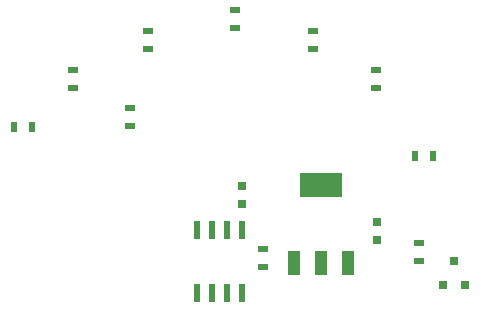
<source format=gbp>
G04 #@! TF.FileFunction,Paste,Bot*
%FSLAX46Y46*%
G04 Gerber Fmt 4.6, Leading zero omitted, Abs format (unit mm)*
G04 Created by KiCad (PCBNEW (2015-05-28 BZR 5690)-product) date Thursday, June 25, 2015 'AMt' 09:08:00 AM*
%MOMM*%
G01*
G04 APERTURE LIST*
%ADD10C,0.100000*%
%ADD11R,0.750000X0.800000*%
%ADD12R,0.800100X0.800100*%
%ADD13R,0.900000X0.500000*%
%ADD14R,0.500000X0.900000*%
%ADD15R,0.600000X1.550000*%
%ADD16R,3.657600X2.032000*%
%ADD17R,1.016000X2.032000*%
G04 APERTURE END LIST*
D10*
D11*
X136461500Y-100572000D03*
X136461500Y-99072000D03*
D12*
X155382000Y-107426760D03*
X153482000Y-107426760D03*
X154432000Y-105427780D03*
D13*
X138303000Y-104406000D03*
X138303000Y-105906000D03*
X127000000Y-93968000D03*
X127000000Y-92468000D03*
X151460200Y-103935400D03*
X151460200Y-105435400D03*
D14*
X118733000Y-94107000D03*
X117233000Y-94107000D03*
D13*
X122174000Y-90793000D03*
X122174000Y-89293000D03*
X128524000Y-87491000D03*
X128524000Y-85991000D03*
X135940800Y-85713000D03*
X135940800Y-84213000D03*
X142527013Y-87491000D03*
X142527013Y-85991000D03*
D15*
X136474200Y-108178600D03*
X135204200Y-108178600D03*
X133934200Y-108178600D03*
X132664200Y-108178600D03*
X132664200Y-102778600D03*
X133934200Y-102778600D03*
X135204200Y-102778600D03*
X136474200Y-102778600D03*
D13*
X147828000Y-90793000D03*
X147828000Y-89293000D03*
D14*
X151142000Y-96520000D03*
X152642000Y-96520000D03*
D16*
X143230600Y-98958400D03*
D17*
X143230600Y-105562400D03*
X140944600Y-105562400D03*
X145516600Y-105562400D03*
D11*
X147955000Y-102120000D03*
X147955000Y-103620000D03*
M02*

</source>
